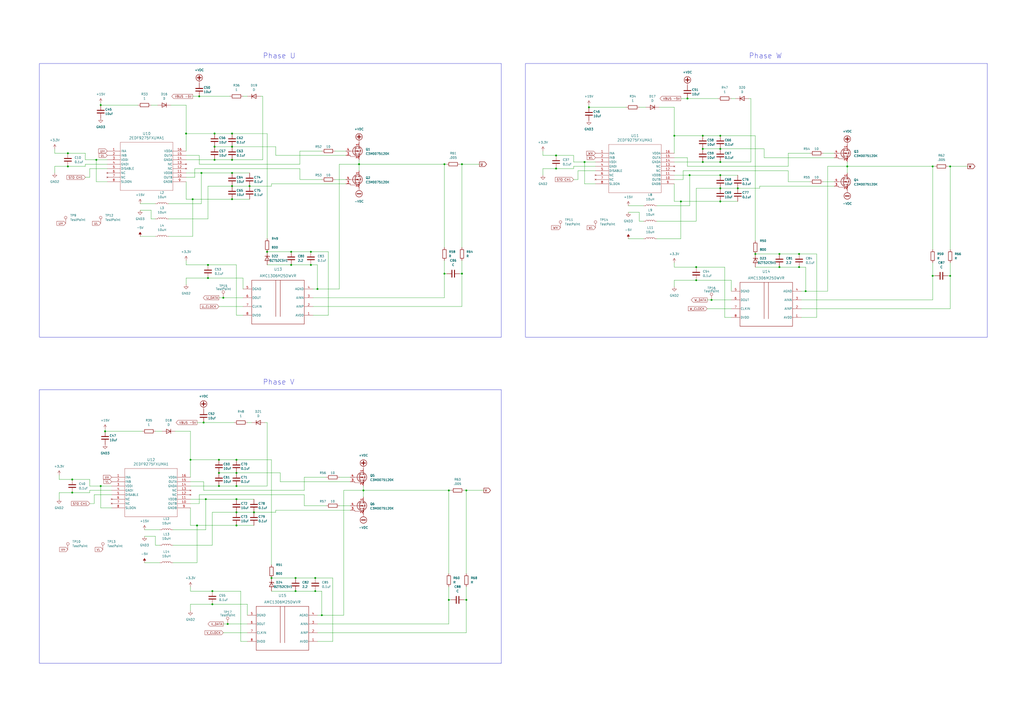
<source format=kicad_sch>
(kicad_sch (version 20231120) (generator "eeschema") (generator_version "8.0")
  (paper "A2")
  (junction (at 541.02 96.52))
  (junction (at 129.54 172.72))
  (junction (at 403.86 154.94))
  (junction (at 182.88 335.28))
  (junction (at 491.49 96.52))
  (junction (at 339.09 93.98))
  (junction (at 417.83 109.22))
  (junction (at 391.16 78.74))
  (junction (at 184.15 167.64))
  (junction (at 137.16 266.7))
  (junction (at 144.78 107.95))
  (junction (at 398.78 57.15))
  (junction (at 120.65 161.29))
  (junction (at 551.18 160.02))
  (junction (at 134.62 77.47))
  (junction (at 114.3 304.8))
  (junction (at 39.37 88.9))
  (junction (at 124.46 85.09))
  (junction (at 134.62 92.71))
  (junction (at 41.91 285.75))
  (junction (at 124.46 77.47))
  (junction (at 119.38 289.56))
  (junction (at 41.91 278.13))
  (junction (at 394.97 116.84))
  (junction (at 257.81 158.75))
  (junction (at 116.84 100.33))
  (junction (at 137.16 297.18))
  (junction (at 186.69 356.87))
  (junction (at 137.16 304.8))
  (junction (at 260.35 347.98))
  (junction (at 407.67 93.98))
  (junction (at 157.48 335.28))
  (junction (at 407.67 86.36))
  (junction (at 154.94 146.05))
  (junction (at 147.32 297.18))
  (junction (at 120.65 153.67))
  (junction (at 467.36 168.91))
  (junction (at 111.76 115.57))
  (junction (at 267.97 95.25))
  (junction (at 341.63 62.23))
  (junction (at 60.96 250.19))
  (junction (at 180.34 153.67))
  (junction (at 134.62 115.57))
  (junction (at 171.45 342.9))
  (junction (at 541.02 160.02))
  (junction (at 417.83 116.84))
  (junction (at 123.19 342.9))
  (junction (at 134.62 85.09))
  (junction (at 452.12 147.32))
  (junction (at 118.11 245.11))
  (junction (at 208.28 95.25))
  (junction (at 137.16 281.94))
  (junction (at 180.34 146.05))
  (junction (at 58.42 281.94))
  (junction (at 417.83 101.6))
  (junction (at 322.58 97.79))
  (junction (at 39.37 96.52))
  (junction (at 403.86 162.56))
  (junction (at 452.12 154.94))
  (junction (at 137.16 289.56))
  (junction (at 127 281.94))
  (junction (at 107.95 77.47))
  (junction (at 58.42 60.96))
  (junction (at 110.49 266.7))
  (junction (at 132.08 361.95))
  (junction (at 171.45 335.28))
  (junction (at 417.83 93.98))
  (junction (at 134.62 100.33))
  (junction (at 260.35 284.48))
  (junction (at 168.91 146.05))
  (junction (at 55.88 92.71))
  (junction (at 438.15 147.32))
  (junction (at 210.82 284.48))
  (junction (at 322.58 90.17))
  (junction (at 182.88 342.9))
  (junction (at 463.55 154.94))
  (junction (at 115.57 55.88))
  (junction (at 551.18 96.52))
  (junction (at 270.51 347.98))
  (junction (at 427.99 109.22))
  (junction (at 123.19 350.52))
  (junction (at 137.16 274.32))
  (junction (at 270.51 284.48))
  (junction (at 417.83 86.36))
  (junction (at 134.62 107.95))
  (junction (at 463.55 147.32))
  (junction (at 124.46 92.71))
  (junction (at 127 266.7))
  (junction (at 168.91 153.67))
  (junction (at 417.83 78.74))
  (junction (at 407.67 78.74))
  (junction (at 257.81 95.25))
  (junction (at 400.05 101.6))
  (junction (at 267.97 158.75))
  (junction (at 412.75 173.99))
  (junction (at 127 274.32))
  (wire (pts (xy 394.97 57.15) (xy 398.78 57.15)))
  (wire (pts (xy 137.16 297.18) (xy 147.32 297.18)))
  (wire (pts (xy 129.54 367.03) (xy 143.51 367.03)))
  (wire (pts (xy 157.48 266.7) (xy 157.48 327.66)))
  (wire (pts (xy 541.02 173.99) (xy 541.02 160.02)))
  (wire (pts (xy 210.82 281.94) (xy 210.82 284.48)))
  (wire (pts (xy 162.56 274.32) (xy 137.16 274.32)))
  (wire (pts (xy 260.35 347.98) (xy 260.35 340.36)))
  (wire (pts (xy 52.07 102.87) (xy 52.07 97.79)))
  (wire (pts (xy 120.65 161.29) (xy 140.97 161.29)))
  (wire (pts (xy 267.97 151.13) (xy 267.97 158.75)))
  (wire (pts (xy 110.49 292.1) (xy 115.57 292.1)))
  (wire (pts (xy 270.51 347.98) (xy 270.51 367.03)))
  (wire (pts (xy 391.16 101.6) (xy 400.05 101.6)))
  (wire (pts (xy 123.19 316.23) (xy 123.19 297.18)))
  (wire (pts (xy 153.67 245.11) (xy 154.94 245.11)))
  (wire (pts (xy 181.61 167.64) (xy 184.15 167.64)))
  (wire (pts (xy 370.84 128.27) (xy 373.38 128.27)))
  (wire (pts (xy 464.82 173.99) (xy 541.02 173.99)))
  (wire (pts (xy 137.16 274.32) (xy 127 274.32)))
  (wire (pts (xy 52.07 278.13) (xy 41.91 278.13)))
  (wire (pts (xy 160.02 85.09) (xy 134.62 85.09)))
  (wire (pts (xy 210.82 284.48) (xy 260.35 284.48)))
  (wire (pts (xy 270.51 340.36) (xy 270.51 347.98)))
  (wire (pts (xy 184.15 167.64) (xy 196.85 167.64)))
  (wire (pts (xy 116.84 100.33) (xy 134.62 100.33)))
  (wire (pts (xy 391.16 116.84) (xy 394.97 116.84)))
  (wire (pts (xy 137.16 182.88) (xy 137.16 153.67)))
  (wire (pts (xy 97.79 127) (xy 120.65 127)))
  (wire (pts (xy 314.96 87.63) (xy 314.96 90.17)))
  (wire (pts (xy 120.65 107.95) (xy 134.62 107.95)))
  (wire (pts (xy 157.48 266.7) (xy 137.16 266.7)))
  (wire (pts (xy 440.69 107.95) (xy 483.87 107.95)))
  (wire (pts (xy 116.84 118.11) (xy 116.84 100.33)))
  (wire (pts (xy 332.74 97.79) (xy 322.58 97.79)))
  (wire (pts (xy 107.95 153.67) (xy 120.65 153.67)))
  (wire (pts (xy 407.67 78.74) (xy 417.83 78.74)))
  (wire (pts (xy 549.91 160.02) (xy 551.18 160.02)))
  (wire (pts (xy 107.95 151.13) (xy 107.95 153.67)))
  (wire (pts (xy 171.45 335.28) (xy 157.48 335.28)))
  (wire (pts (xy 260.35 284.48) (xy 261.62 284.48)))
  (wire (pts (xy 41.91 285.75) (xy 34.29 285.75)))
  (wire (pts (xy 107.95 92.71) (xy 124.46 92.71)))
  (wire (pts (xy 457.2 99.06) (xy 457.2 105.41)))
  (wire (pts (xy 339.09 106.68) (xy 339.09 93.98)))
  (wire (pts (xy 101.6 250.19) (xy 110.49 250.19)))
  (wire (pts (xy 398.78 57.15) (xy 416.56 57.15)))
  (wire (pts (xy 194.31 87.63) (xy 200.66 87.63)))
  (wire (pts (xy 477.52 88.9) (xy 483.87 88.9)))
  (wire (pts (xy 332.74 93.98) (xy 332.74 90.17)))
  (wire (pts (xy 184.15 153.67) (xy 184.15 167.64)))
  (wire (pts (xy 54.61 287.02) (xy 64.77 287.02)))
  (wire (pts (xy 147.32 297.18) (xy 160.02 297.18)))
  (wire (pts (xy 143.51 356.87) (xy 143.51 350.52)))
  (wire (pts (xy 157.48 342.9) (xy 171.45 342.9)))
  (wire (pts (xy 410.21 179.07) (xy 424.18 179.07)))
  (wire (pts (xy 551.18 152.4) (xy 551.18 160.02)))
  (wire (pts (xy 434.34 57.15) (xy 435.61 57.15)))
  (wire (pts (xy 157.48 107.95) (xy 157.48 106.68)))
  (wire (pts (xy 267.97 95.25) (xy 267.97 143.51)))
  (wire (pts (xy 154.94 153.67) (xy 168.91 153.67)))
  (wire (pts (xy 154.94 77.47) (xy 134.62 77.47)))
  (wire (pts (xy 269.24 347.98) (xy 270.51 347.98)))
  (wire (pts (xy 171.45 335.28) (xy 182.88 335.28)))
  (wire (pts (xy 464.82 184.15) (xy 473.71 184.15)))
  (wire (pts (xy 107.95 90.17) (xy 115.57 90.17)))
  (wire (pts (xy 151.13 55.88) (xy 152.4 55.88)))
  (wire (pts (xy 90.17 316.23) (xy 92.71 316.23)))
  (wire (pts (xy 107.95 161.29) (xy 107.95 165.1)))
  (wire (pts (xy 100.33 316.23) (xy 123.19 316.23)))
  (wire (pts (xy 113.03 97.79) (xy 173.99 97.79)))
  (wire (pts (xy 171.45 342.9) (xy 182.88 342.9)))
  (wire (pts (xy 115.57 287.02) (xy 176.53 287.02)))
  (wire (pts (xy 62.23 92.71) (xy 55.88 92.71)))
  (wire (pts (xy 391.16 88.9) (xy 391.16 78.74)))
  (wire (pts (xy 49.53 92.71) (xy 49.53 88.9)))
  (wire (pts (xy 115.57 55.88) (xy 133.35 55.88)))
  (wire (pts (xy 111.76 115.57) (xy 111.76 137.16)))
  (wire (pts (xy 118.11 245.11) (xy 135.89 245.11)))
  (wire (pts (xy 391.16 93.98) (xy 407.67 93.98)))
  (wire (pts (xy 107.95 115.57) (xy 111.76 115.57)))
  (wire (pts (xy 115.57 95.25) (xy 173.99 95.25)))
  (wire (pts (xy 58.42 60.96) (xy 80.01 60.96)))
  (wire (pts (xy 407.67 93.98) (xy 417.83 93.98)))
  (wire (pts (xy 160.02 90.17) (xy 200.66 90.17)))
  (wire (pts (xy 31.75 88.9) (xy 39.37 88.9)))
  (wire (pts (xy 267.97 95.25) (xy 278.13 95.25)))
  (wire (pts (xy 270.51 284.48) (xy 270.51 332.74)))
  (wire (pts (xy 83.82 307.34) (xy 92.71 307.34)))
  (wire (pts (xy 257.81 95.25) (xy 259.08 95.25)))
  (wire (pts (xy 473.71 147.32) (xy 463.55 147.32)))
  (wire (pts (xy 190.5 146.05) (xy 190.5 182.88)))
  (wire (pts (xy 58.42 59.69) (xy 58.42 60.96)))
  (wire (pts (xy 208.28 92.71) (xy 208.28 95.25)))
  (wire (pts (xy 49.53 88.9) (xy 39.37 88.9)))
  (wire (pts (xy 173.99 87.63) (xy 186.69 87.63)))
  (wire (pts (xy 184.15 356.87) (xy 186.69 356.87)))
  (wire (pts (xy 114.3 245.11) (xy 118.11 245.11)))
  (wire (pts (xy 52.07 292.1) (xy 54.61 292.1)))
  (wire (pts (xy 87.63 127) (xy 87.63 121.92)))
  (wire (pts (xy 391.16 162.56) (xy 391.16 166.37)))
  (wire (pts (xy 196.85 95.25) (xy 208.28 95.25)))
  (wire (pts (xy 438.15 154.94) (xy 452.12 154.94)))
  (wire (pts (xy 208.28 95.25) (xy 257.81 95.25)))
  (wire (pts (xy 427.99 109.22) (xy 440.69 109.22)))
  (wire (pts (xy 322.58 97.79) (xy 314.96 97.79)))
  (wire (pts (xy 162.56 279.4) (xy 203.2 279.4)))
  (wire (pts (xy 452.12 147.32) (xy 438.15 147.32)))
  (wire (pts (xy 341.63 60.96) (xy 341.63 62.23)))
  (wire (pts (xy 110.49 350.52) (xy 110.49 354.33)))
  (wire (pts (xy 345.44 106.68) (xy 339.09 106.68)))
  (wire (pts (xy 443.23 91.44) (xy 443.23 86.36)))
  (wire (pts (xy 345.44 96.52) (xy 332.74 96.52)))
  (wire (pts (xy 266.7 158.75) (xy 267.97 158.75)))
  (wire (pts (xy 370.84 62.23) (xy 374.65 62.23)))
  (wire (pts (xy 55.88 105.41) (xy 55.88 92.71)))
  (wire (pts (xy 173.99 104.14) (xy 186.69 104.14)))
  (wire (pts (xy 267.97 158.75) (xy 267.97 177.8)))
  (wire (pts (xy 551.18 96.52) (xy 551.18 144.78)))
  (wire (pts (xy 193.04 335.28) (xy 182.88 335.28)))
  (wire (pts (xy 396.24 99.06) (xy 457.2 99.06)))
  (wire (pts (xy 168.91 146.05) (xy 154.94 146.05)))
  (wire (pts (xy 123.19 297.18) (xy 137.16 297.18)))
  (wire (pts (xy 107.95 102.87) (xy 113.03 102.87)))
  (wire (pts (xy 110.49 281.94) (xy 127 281.94)))
  (wire (pts (xy 120.65 153.67) (xy 137.16 153.67)))
  (wire (pts (xy 107.95 60.96) (xy 107.95 77.47)))
  (wire (pts (xy 31.75 86.36) (xy 31.75 88.9)))
  (wire (pts (xy 391.16 78.74) (xy 407.67 78.74)))
  (wire (pts (xy 457.2 88.9) (xy 469.9 88.9)))
  (wire (pts (xy 210.82 284.48) (xy 210.82 288.29)))
  (wire (pts (xy 420.37 184.15) (xy 420.37 154.94)))
  (wire (pts (xy 127 172.72) (xy 129.54 172.72)))
  (wire (pts (xy 196.85 167.64) (xy 196.85 95.25)))
  (wire (pts (xy 180.34 153.67) (xy 184.15 153.67)))
  (wire (pts (xy 417.83 101.6) (xy 427.99 101.6)))
  (wire (pts (xy 118.11 284.48) (xy 176.53 284.48)))
  (wire (pts (xy 134.62 100.33) (xy 144.78 100.33)))
  (wire (pts (xy 452.12 154.94) (xy 463.55 154.94)))
  (wire (pts (xy 168.91 153.67) (xy 180.34 153.67)))
  (wire (pts (xy 184.15 367.03) (xy 270.51 367.03)))
  (wire (pts (xy 314.96 90.17) (xy 322.58 90.17)))
  (wire (pts (xy 335.28 104.14) (xy 335.28 99.06)))
  (wire (pts (xy 139.7 372.11) (xy 139.7 342.9)))
  (wire (pts (xy 541.02 160.02) (xy 542.29 160.02)))
  (wire (pts (xy 144.78 107.95) (xy 157.48 107.95)))
  (wire (pts (xy 435.61 57.15) (xy 435.61 93.98)))
  (wire (pts (xy 152.4 92.71) (xy 134.62 92.71)))
  (wire (pts (xy 114.3 304.8) (xy 114.3 326.39)))
  (wire (pts (xy 111.76 55.88) (xy 115.57 55.88)))
  (wire (pts (xy 391.16 152.4) (xy 391.16 154.94)))
  (wire (pts (xy 199.39 284.48) (xy 210.82 284.48)))
  (wire (pts (xy 199.39 356.87) (xy 199.39 284.48)))
  (wire (pts (xy 314.96 97.79) (xy 314.96 101.6)))
  (wire (pts (xy 332.74 90.17) (xy 322.58 90.17)))
  (wire (pts (xy 113.03 102.87) (xy 113.03 97.79)))
  (wire (pts (xy 398.78 91.44) (xy 398.78 96.52)))
  (wire (pts (xy 260.35 361.95) (xy 260.35 347.98)))
  (wire (pts (xy 87.63 127) (xy 90.17 127)))
  (wire (pts (xy 398.78 96.52) (xy 457.2 96.52)))
  (wire (pts (xy 186.69 356.87) (xy 199.39 356.87)))
  (wire (pts (xy 480.06 96.52) (xy 491.49 96.52)))
  (wire (pts (xy 143.51 245.11) (xy 146.05 245.11)))
  (wire (pts (xy 424.18 184.15) (xy 420.37 184.15)))
  (wire (pts (xy 134.62 115.57) (xy 144.78 115.57)))
  (wire (pts (xy 90.17 311.15) (xy 83.82 311.15)))
  (wire (pts (xy 190.5 146.05) (xy 180.34 146.05)))
  (wire (pts (xy 391.16 154.94) (xy 403.86 154.94)))
  (wire (pts (xy 110.49 276.86) (xy 110.49 266.7)))
  (wire (pts (xy 137.16 289.56) (xy 147.32 289.56)))
  (wire (pts (xy 134.62 107.95) (xy 144.78 107.95)))
  (wire (pts (xy 107.95 87.63) (xy 107.95 77.47)))
  (wire (pts (xy 157.48 106.68) (xy 200.66 106.68)))
  (wire (pts (xy 52.07 285.75) (xy 41.91 285.75)))
  (wire (pts (xy 181.61 182.88) (xy 190.5 182.88)))
  (wire (pts (xy 176.53 287.02) (xy 176.53 293.37)))
  (wire (pts (xy 541.02 96.52) (xy 542.29 96.52)))
  (wire (pts (xy 119.38 307.34) (xy 119.38 289.56)))
  (wire (pts (xy 394.97 116.84) (xy 417.83 116.84)))
  (wire (pts (xy 60.96 248.92) (xy 60.96 250.19)))
  (wire (pts (xy 49.53 102.87) (xy 52.07 102.87)))
  (wire (pts (xy 100.33 326.39) (xy 114.3 326.39)))
  (wire (pts (xy 110.49 350.52) (xy 123.19 350.52)))
  (wire (pts (xy 410.21 173.99) (xy 412.75 173.99)))
  (wire (pts (xy 464.82 168.91) (xy 467.36 168.91)))
  (wire (pts (xy 152.4 55.88) (xy 152.4 92.71)))
  (wire (pts (xy 381 128.27) (xy 403.86 128.27)))
  (wire (pts (xy 134.62 85.09) (xy 124.46 85.09)))
  (wire (pts (xy 62.23 95.25) (xy 49.53 95.25)))
  (wire (pts (xy 332.74 96.52) (xy 332.74 97.79)))
  (wire (pts (xy 60.96 250.19) (xy 82.55 250.19)))
  (wire (pts (xy 97.79 118.11) (xy 116.84 118.11)))
  (wire (pts (xy 382.27 62.23) (xy 391.16 62.23)))
  (wire (pts (xy 111.76 115.57) (xy 134.62 115.57)))
  (wire (pts (xy 55.88 92.71) (xy 49.53 92.71)))
  (wire (pts (xy 403.86 128.27) (xy 403.86 109.22)))
  (wire (pts (xy 364.49 138.43) (xy 373.38 138.43)))
  (wire (pts (xy 64.77 294.64) (xy 58.42 294.64)))
  (wire (pts (xy 196.85 276.86) (xy 203.2 276.86)))
  (wire (pts (xy 400.05 119.38) (xy 400.05 101.6)))
  (wire (pts (xy 173.99 97.79) (xy 173.99 104.14)))
  (wire (pts (xy 452.12 147.32) (xy 463.55 147.32)))
  (wire (pts (xy 173.99 95.25) (xy 173.99 87.63)))
  (wire (pts (xy 417.83 116.84) (xy 427.99 116.84)))
  (wire (pts (xy 345.44 93.98) (xy 339.09 93.98)))
  (wire (pts (xy 257.81 158.75) (xy 257.81 151.13)))
  (wire (pts (xy 391.16 91.44) (xy 398.78 91.44)))
  (wire (pts (xy 123.19 342.9) (xy 139.7 342.9)))
  (wire (pts (xy 114.3 304.8) (xy 137.16 304.8)))
  (wire (pts (xy 403.86 154.94) (xy 420.37 154.94)))
  (wire (pts (xy 100.33 307.34) (xy 119.38 307.34)))
  (wire (pts (xy 260.35 347.98) (xy 261.62 347.98)))
  (wire (pts (xy 370.84 123.19) (xy 364.49 123.19)))
  (wire (pts (xy 464.82 179.07) (xy 551.18 179.07)))
  (wire (pts (xy 181.61 177.8) (xy 267.97 177.8)))
  (wire (pts (xy 90.17 316.23) (xy 90.17 311.15)))
  (wire (pts (xy 52.07 97.79) (xy 62.23 97.79)))
  (wire (pts (xy 87.63 121.92) (xy 81.28 121.92)))
  (wire (pts (xy 58.42 294.64) (xy 58.42 281.94)))
  (wire (pts (xy 90.17 250.19) (xy 93.98 250.19)))
  (wire (pts (xy 110.49 342.9) (xy 123.19 342.9)))
  (wire (pts (xy 58.42 281.94) (xy 52.07 281.94)))
  (wire (pts (xy 39.37 96.52) (xy 31.75 96.52)))
  (wire (pts (xy 127 281.94) (xy 137.16 281.94)))
  (wire (pts (xy 440.69 109.22) (xy 440.69 107.95)))
  (wire (pts (xy 34.29 275.59) (xy 34.29 278.13)))
  (wire (pts (xy 110.49 340.36) (xy 110.49 342.9)))
  (wire (pts (xy 83.82 326.39) (xy 92.71 326.39)))
  (wire (pts (xy 64.77 284.48) (xy 52.07 284.48)))
  (wire (pts (xy 391.16 104.14) (xy 396.24 104.14)))
  (wire (pts (xy 49.53 96.52) (xy 39.37 96.52)))
  (wire (pts (xy 81.28 137.16) (xy 90.17 137.16)))
  (wire (pts (xy 168.91 146.05) (xy 180.34 146.05)))
  (wire (pts (xy 154.94 281.94) (xy 137.16 281.94)))
  (wire (pts (xy 140.97 182.88) (xy 137.16 182.88)))
  (wire (pts (xy 124.46 77.47) (xy 134.62 77.47)))
  (wire (pts (xy 140.97 167.64) (xy 140.97 161.29)))
  (wire (pts (xy 107.95 100.33) (xy 116.84 100.33)))
  (wire (pts (xy 551.18 160.02) (xy 551.18 179.07)))
  (wire (pts (xy 184.15 372.11) (xy 193.04 372.11)))
  (wire (pts (xy 403.86 162.56) (xy 424.18 162.56)))
  (wire (pts (xy 160.02 90.17) (xy 160.02 85.09)))
  (wire (pts (xy 391.16 162.56) (xy 403.86 162.56)))
  (wire (pts (xy 438.15 78.74) (xy 438.15 139.7)))
  (wire (pts (xy 491.49 96.52) (xy 541.02 96.52)))
  (wire (pts (xy 412.75 173.99) (xy 424.18 173.99)))
  (wire (pts (xy 160.02 297.18) (xy 160.02 295.91)))
  (wire (pts (xy 443.23 86.36) (xy 417.83 86.36)))
  (wire (pts (xy 115.57 292.1) (xy 115.57 287.02)))
  (wire (pts (xy 549.91 96.52) (xy 551.18 96.52)))
  (wire (pts (xy 403.86 109.22) (xy 417.83 109.22)))
  (wire (pts (xy 123.19 350.52) (xy 143.51 350.52)))
  (wire (pts (xy 196.85 293.37) (xy 203.2 293.37)))
  (wire (pts (xy 127 266.7) (xy 137.16 266.7)))
  (wire (pts (xy 162.56 279.4) (xy 162.56 274.32)))
  (wire (pts (xy 62.23 105.41) (xy 55.88 105.41)))
  (wire (pts (xy 260.35 332.74) (xy 260.35 284.48)))
  (wire (pts (xy 208.28 95.25) (xy 208.28 99.06)))
  (wire (pts (xy 381 138.43) (xy 394.97 138.43)))
  (wire (pts (xy 176.53 276.86) (xy 189.23 276.86)))
  (wire (pts (xy 257.81 143.51) (xy 257.81 95.25)))
  (wire (pts (xy 391.16 106.68) (xy 391.16 116.84)))
  (wire (pts (xy 181.61 172.72) (xy 257.81 172.72)))
  (wire (pts (xy 31.75 96.52) (xy 31.75 100.33)))
  (wire (pts (xy 266.7 95.25) (xy 267.97 95.25)))
  (wire (pts (xy 118.11 279.4) (xy 118.11 284.48)))
  (wire (pts (xy 110.49 294.64) (xy 110.49 304.8)))
  (wire (pts (xy 463.55 154.94) (xy 467.36 154.94)))
  (wire (pts (xy 110.49 266.7) (xy 127 266.7)))
  (wire (pts (xy 364.49 119.38) (xy 373.38 119.38)))
  (wire (pts (xy 370.84 128.27) (xy 370.84 123.19)))
  (wire (pts (xy 107.95 105.41) (xy 107.95 115.57)))
  (wire (pts (xy 480.06 168.91) (xy 480.06 96.52)))
  (wire (pts (xy 332.74 104.14) (xy 335.28 104.14)))
  (wire (pts (xy 184.15 361.95) (xy 260.35 361.95)))
  (wire (pts (xy 132.08 361.95) (xy 143.51 361.95)))
  (wire (pts (xy 34.29 285.75) (xy 34.29 289.56)))
  (wire (pts (xy 129.54 361.95) (xy 132.08 361.95)))
  (wire (pts (xy 110.49 289.56) (xy 119.38 289.56)))
  (wire (pts (xy 443.23 91.44) (xy 483.87 91.44)))
  (wire (pts (xy 457.2 96.52) (xy 457.2 88.9)))
  (wire (pts (xy 140.97 55.88) (xy 143.51 55.88)))
  (wire (pts (xy 341.63 62.23) (xy 363.22 62.23)))
  (wire (pts (xy 182.88 342.9) (xy 186.69 342.9)))
  (wire (pts (xy 193.04 335.28) (xy 193.04 372.11)))
  (wire (pts (xy 186.69 342.9) (xy 186.69 356.87)))
  (wire (pts (xy 467.36 168.91) (xy 480.06 168.91)))
  (wire (pts (xy 551.18 96.52) (xy 561.34 96.52)))
  (wire (pts (xy 52.07 284.48) (xy 52.07 285.75)))
  (wire (pts (xy 400.05 101.6) (xy 417.83 101.6)))
  (wire (pts (xy 143.51 372.11) (xy 139.7 372.11)))
  (wire (pts (xy 424.18 57.15) (xy 426.72 57.15)))
  (wire (pts (xy 97.79 137.16) (xy 111.76 137.16)))
  (wire (pts (xy 119.38 289.56) (xy 137.16 289.56)))
  (wire (pts (xy 396.24 104.14) (xy 396.24 99.06)))
  (wire (pts (xy 81.28 118.11) (xy 90.17 118.11)))
  (wire (pts (xy 391.16 62.23) (xy 391.16 78.74)))
  (wire (pts (xy 257.81 158.75) (xy 259.08 158.75)))
  (wire (pts (xy 120.65 127) (xy 120.65 107.95)))
  (wire (pts (xy 491.49 93.98) (xy 491.49 96.52)))
  (wire (pts (xy 339.09 93.98) (xy 332.74 93.98)))
  (wire (pts (xy 435.61 93.98) (xy 417.83 93.98)))
  (wire (pts (xy 137.16 304.8) (xy 147.32 304.8)))
  (wire (pts (xy 194.31 104.14) (xy 200.66 104.14)))
  (wire (pts (xy 154.94 77.47) (xy 154.94 138.43)))
  (wire (pts (xy 52.07 281.94) (xy 52.07 278.13)))
  (wire (pts (xy 417.83 86.36) (xy 407.67 86.36)))
  (wire (pts (xy 491.49 96.52) (xy 491.49 100.33)))
  (wire (pts (xy 457.2 105.41) (xy 469.9 105.41)))
  (wire (pts (xy 107.95 161.29) (xy 120.65 161.29)))
  (wire (pts (xy 417.83 109.22) (xy 427.99 109.22)))
  (wire (pts (xy 99.06 60.96) (xy 107.95 60.96)))
  (wire (pts (xy 381 119.38) (xy 400.05 119.38)))
  (wire (pts (xy 49.53 95.25) (xy 49.53 96.52)))
  (wire (pts (xy 115.57 90.17) (xy 115.57 95.25)))
  (wire (pts (xy 269.24 284.48) (xy 270.51 284.48)))
  (wire (pts (xy 394.97 116.84) (xy 394.97 138.43)))
  (wire (pts (xy 541.02 144.78) (xy 541.02 96.52)))
  (wire (pts (xy 54.61 292.1) (xy 54.61 287.02)))
  (wire (pts (xy 127 177.8) (xy 140.97 177.8)))
  (wire (pts (xy 110.49 304.8) (xy 114.3 304.8)))
  (wire (pts (xy 176.53 284.48) (xy 176.53 276.86)))
  (wire (pts (xy 477.52 105.41) (xy 483.87 105.41)))
  (wire (pts (xy 438.15 78.74) (xy 417.83 78.74)))
  (wire (pts (xy 160.02 295.91) (xy 203.2 295.91)))
  (wire (pts (xy 473.71 147.32) (xy 473.71 184.15)))
  (wire (pts (xy 257.81 172.72) (xy 257.81 158.75)))
  (wire (pts (xy 424.18 168.91) (xy 424.18 162.56)))
  (wire (pts (xy 176.53 293.37) (xy 189.23 293.37)))
  (wire (pts (xy 124.46 92.71) (xy 134.62 92.71)))
  (wire (pts (xy 467.36 154.94) (xy 467.36 168.91)))
  (wire (pts (xy 129.54 172.72) (xy 140.97 172.72)))
  (wire (pts (xy 335.28 99.06) (xy 345.44 99.06)))
  (wire (pts (xy 270.51 284.48) (xy 280.67 284.48)))
  (wire (pts (xy 154.94 245.11) (xy 154.94 281.94)))
  (wire (pts (xy 87.63 60.96) (xy 91.44 60.96)))
  (wire (pts (xy 110.49 279.4) (xy 118.11 279.4)))
  (wire (pts (xy 34.29 278.13) (xy 41.91 278.13)))
  (wire (pts (xy 110.49 250.19) (xy 110.49 266.7)))
  (wire (pts (xy 107.95 77.47) (xy 124.46 77.47)))
  (wire (pts (xy 541.02 160.02) (xy 541.02 152.4)))
  (wire (pts (xy 64.77 281.94) (xy 58.42 281.94)))
  (rectangle (start 22.86 226.06) (end 290.83 384.81))
  (rectangle (start 22.86 36.83) (end 290.83 195.58))
  (rectangle (start 304.8 36.83) (end 572.77 195.58))
  (text "Phase V" (at 152.4 223.52 0) (effects (font (size 3 3)) (justify left bottom)))
  (text "Phase W" (at 434.34 34.29 0) (effects (font (size 3 3)) (justify left bottom)))
  (text "Phase U" (at 152.4 34.29 0) (effects (font (size 3 3)) (justify left bottom)))
  (global_label "WL" (shape input) (at 345.44 91.44 180) (property "Intersheetrefs" "${INTERSHEET_REFS}" (effects (hide yes))))
  (global_label "WL" (shape input) (at 345.44 132.08 180) (property "Intersheetrefs" "${INTERSHEET_REFS}" (effects (hide yes))))
  (global_label "V" (shape output) (at 280.67 284.48 0) (effects (font (bold yes))) (property "Intersheetrefs" "${INTERSHEET_REFS}" (effects (hide yes))))
  (global_label "U_DATA" (shape output) (at 127 172.72 180) (property "Intersheetrefs" "${INTERSHEET_REFS}" (effects (hide yes))))
  (global_label "STO CH1" (shape input) (at 49.53 102.87 180) (property "Intersheetrefs" "${INTERSHEET_REFS}" (effects (hide yes))))
  (global_label "WH" (shape input) (at 325.12 132.08 180) (property "Intersheetrefs" "${INTERSHEET_REFS}" (effects (hide yes))))
  (global_label "VL" (shape input) (at 64.77 279.4 180) (property "Intersheetrefs" "${INTERSHEET_REFS}" (effects (hide yes))))
  (global_label "VBUS -5V" (shape output) (at 111.76 55.88 180) (property "Intersheetrefs" "${INTERSHEET_REFS}" (effects (hide yes))))
  (global_label "STO CH1" (shape input) (at 332.74 104.14 180) (property "Intersheetrefs" "${INTERSHEET_REFS}" (effects (hide yes))))
  (global_label "VBUS -5V" (shape output) (at 114.3 245.11 180) (property "Intersheetrefs" "${INTERSHEET_REFS}" (effects (hide yes))))
  (global_label "VH" (shape input) (at 64.77 276.86 180) (property "Intersheetrefs" "${INTERSHEET_REFS}" (effects (hide yes))))
  (global_label "W_DATA" (shape output) (at 410.21 173.99 180) (property "Intersheetrefs" "${INTERSHEET_REFS}" (effects (hide yes))))
  (global_label "W" (shape output) (at 561.34 96.52 0) (effects (font (bold yes))) (property "Intersheetrefs" "${INTERSHEET_REFS}" (effects (hide yes))))
  (global_label "WH" (shape input) (at 345.44 88.9 180) (property "Intersheetrefs" "${INTERSHEET_REFS}" (effects (hide yes))))
  (global_label "VBUS -5V" (shape output) (at 394.97 57.15 180) (property "Intersheetrefs" "${INTERSHEET_REFS}" (effects (hide yes))))
  (global_label "UL" (shape input) (at 58.42 129.54 180) (property "Intersheetrefs" "${INTERSHEET_REFS}" (effects (hide yes))))
  (global_label "W_CLOCK" (shape input) (at 410.21 179.07 180) (property "Intersheetrefs" "${INTERSHEET_REFS}" (effects (hide yes))))
  (global_label "VH" (shape input) (at 39.37 318.77 180) (property "Intersheetrefs" "${INTERSHEET_REFS}" (effects (hide yes))))
  (global_label "V_DATA" (shape output) (at 129.54 361.95 180) (property "Intersheetrefs" "${INTERSHEET_REFS}" (effects (hide yes))))
  (global_label "U_CLOCK" (shape input) (at 127 177.8 180) (property "Intersheetrefs" "${INTERSHEET_REFS}" (effects (hide yes))))
  (global_label "STO CH1" (shape input) (at 52.07 292.1 180) (property "Intersheetrefs" "${INTERSHEET_REFS}" (effects (hide yes))))
  (global_label "UH" (shape input) (at 62.23 87.63 180) (property "Intersheetrefs" "${INTERSHEET_REFS}" (effects (hide yes))))
  (global_label "UL" (shape input) (at 62.23 90.17 180) (property "Intersheetrefs" "${INTERSHEET_REFS}" (effects (hide yes))))
  (global_label "V_CLOCK" (shape input) (at 129.54 367.03 180) (property "Intersheetrefs" "${INTERSHEET_REFS}" (effects (hide yes))))
  (global_label "VL" (shape input) (at 59.69 318.77 180) (property "Intersheetrefs" "${INTERSHEET_REFS}" (effects (hide yes))))
  (global_label "UH" (shape input) (at 38.1 129.54 180) (property "Intersheetrefs" "${INTERSHEET_REFS}" (effects (hide yes))))
  (global_label "U" (shape output) (at 278.13 95.25 0) (effects (font (bold yes))) (property "Intersheetrefs" "${INTERSHEET_REFS}" (effects (hide yes))))
  (symbol (lib_id "Device:C") (at 134.62 81.28 0) (unit 1)
    (property "Reference" "C62" (at 137.16 80.01 0) (effects (justify left)))
    (property "Value" "0.1uf" (at 137.16 82.55 0) (effects (justify left)))
    (property "Footprint" "Capacitor_SMD:C_0603_1608Metric" (effects (hide yes)))
  )
  (symbol (lib_id "Device:R") (at 193.04 293.37 90) (unit 1)
    (property "Reference" "R57" (at 189.23 290.83 90) (effects (justify left)))
    (property "Value" "10" (at 194.3099 290.83 90) (effects (justify left)))
    (property "Footprint" "Resistor_SMD:R_1206_3216Metric" (effects (hide yes)))
  )
  (symbol (lib_id "power:+VDC") (at 398.78 49.53 0) (unit 1)
    (property "Reference" "#PWR0120" (effects (hide yes)))
    (property "Value" "+VDC" (at 398.78 41.91 0))
  )
  (symbol (lib_id "SiC FET:C3M0075120K") (at 208.28 276.86 0) (unit 1)
    (property "Reference" "Q5" (at 214.63 275.8566 0) (effects (justify left)))
    (property "Value" "C3M0075120K" (at 214.63 278.3966 0) (effects (justify left)))
    (property "Footprint" "footprints:TO-247-4_Horizontal_TabUp" (effects (hide yes)))
    (property "Datasheet" "https://www.wolfspeed.com/media/downloads/959/c3m0075120k.pdf" (effects (hide yes)))
  )
  (symbol (lib_id "Device:R") (at 193.04 276.86 90) (unit 1)
    (property "Reference" "R56" (at 189.23 274.32 90) (effects (justify left)))
    (property "Value" "10" (at 194.3099 274.32 90) (effects (justify left)))
    (property "Footprint" "Resistor_SMD:R_1206_3216Metric" (effects (hide yes)))
  )
  (symbol (lib_id "Device:D") (at 147.32 55.88 0) (unit 1)
    (property "Reference" "D19" (at 147.32 49.53 0))
    (property "Value" "D" (at 147.32 52.07 0))
    (property "Footprint" "Diode_SMD:D_SMB" (effects (hide yes)))
    (property "Sim.Device" "D" (effects (hide yes)))
    (property "Sim.Pins" "1=K 2=A" (effects (hide yes)))
  )
  (symbol (lib_id "power:+VDC") (at 210.82 271.78 0) (unit 1)
    (property "Reference" "#PWR0126" (effects (hide yes)))
    (property "Value" "+VDC" (at 210.82 264.16 0))
  )
  (symbol (lib_id "Device:R") (at 139.7 245.11 90) (unit 1)
    (property "Reference" "R48" (at 139.7 238.76 90))
    (property "Value" "1" (at 139.7 241.3 90))
    (property "Footprint" "Resistor_SMD:R_0805_2012Metric" (effects (hide yes)))
  )
  (symbol (lib_id "Device:C") (at 180.34 149.86 0) (unit 1)
    (property "Reference" "C83" (at 184.15 148.5899 0) (effects (justify left)))
    (property "Value" "0.1uf" (at 184.15 151.1299 0) (effects (justify left)))
    (property "Footprint" "Capacitor_SMD:C_0603_1608Metric" (effects (hide yes)))
  )
  (symbol (lib_id "Device:D_Zener") (at 154.94 149.86 270) (unit 1)
    (property "Reference" "D22" (at 157.48 148.59 90) (effects (justify left)))
    (property "Value" "BZT52C5V1" (at 156.21 151.13 90) (effects (justify left)))
    (property "Footprint" "Diode_SMD:D_SOD-123" (effects (hide yes)))
  )
  (symbol (lib_id "Device:C") (at 403.86 158.75 0) (unit 1)
    (property "Reference" "C54" (at 407.67 157.4799 0) (effects (justify left)))
    (property "Value" "0.1uf" (at 407.67 160.0199 0) (effects (justify left)))
    (property "Footprint" "Capacitor_SMD:C_0603_1608Metric" (effects (hide yes)))
  )
  (symbol (lib_id "Device:C") (at 407.67 82.55 0) (unit 1)
    (property "Reference" "C58" (at 410.21 81.28 0) (effects (justify left)))
    (property "Value" "10uf" (at 410.21 83.82 0) (effects (justify left)))
    (property "Footprint" "Capacitor_SMD:C_0805_2012Metric" (effects (hide yes)))
  )
  (symbol (lib_id "Device:C") (at 137.16 270.51 0) (unit 1)
    (property "Reference" "C70" (at 139.7 269.24 0) (effects (justify left)))
    (property "Value" "0.1uf" (at 139.7 271.78 0) (effects (justify left)))
    (property "Footprint" "Capacitor_SMD:C_0603_1608Metric" (effects (hide yes)))
  )
  (symbol (lib_id "Device:C") (at 546.1 160.02 90) (unit 1)
    (property "Reference" "C87" (at 546.1 152.4 90))
    (property "Value" "C" (at 546.1 154.94 90))
    (property "Footprint" "Capacitor_SMD:C_0603_1608Metric" (effects (hide yes)))
  )
  (symbol (lib_id "Device:C") (at 124.46 81.28 0) (unit 1)
    (property "Reference" "C56" (at 127 80.01 0) (effects (justify left)))
    (property "Value" "10uf" (at 127 82.55 0) (effects (justify left)))
    (property "Footprint" "Capacitor_SMD:C_0805_2012Metric" (effects (hide yes)))
  )
  (symbol (lib_id "Device:R") (at 546.1 96.52 90) (unit 1)
    (property "Reference" "R62" (at 546.1 90.17 90))
    (property "Value" ".005" (at 546.1 92.71 90))
    (property "Footprint" "footprints:RES_HCSM2818_STP" (effects (hide yes)))
  )
  (symbol (lib_id "power:-5V") (at 81.28 137.16 0) (unit 1)
    (property "Reference" "#PWR095" (effects (hide yes)))
    (property "Value" "-5V" (at 81.28 132.08 0))
  )
  (symbol (lib_id "power:-VDC") (at 210.82 298.45 180) (unit 1)
    (property "Reference" "#PWR0127" (effects (hide yes)))
    (property "Value" "-VDC" (at 210.82 306.07 0))
  )
  (symbol (lib_id "Device:R") (at 262.89 95.25 90) (unit 1)
    (property "Reference" "R61" (at 262.89 88.9 90))
    (property "Value" ".005" (at 262.89 91.44 90))
    (property "Footprint" "footprints:RES_HCSM2818_STP" (effects (hide yes)))
  )
  (symbol (lib_id "power:-5V") (at 83.82 326.39 0) (unit 1)
    (property "Reference" "#PWR0102" (effects (hide yes)))
    (property "Value" "-5V" (at 83.82 321.31 0))
  )
  (symbol (lib_id "Connector:TestPoint") (at 325.12 132.08 0) (unit 1)
    (property "Reference" "TP11" (at 327.66 127.5079 0) (effects (justify left)))
    (property "Value" "TestPoint" (at 327.66 130.0479 0) (effects (justify left)))
    (property "Footprint" "footprints:TestPoint_Pad_3.1x1.6mm" (effects (hide yes)))
  )
  (symbol (lib_id "power:+3.3V") (at 391.16 152.4 0) (unit 1)
    (property "Reference" "#PWR0105" (effects (hide yes)))
    (property "Value" "+3.3V" (at 391.16 147.32 0))
  )
  (symbol (lib_id "2023-05-15_23-02-57:AMC1306M25DWVR") (at 163.83 364.49 180) (unit 1)
    (property "Reference" "U15" (at 163.83 345.44 0) (effects (font (size 1.524 1.524))))
    (property "Value" "AMC1306M25DWVR" (at 163.83 349.25 0) (effects (font (size 1.524 1.524))))
    (property "Footprint" "footprints:DWV0008A" (effects (hide yes)))
    (property "Datasheet" "AMC1306M25DWVR" (effects (hide yes)))
  )
  (symbol (lib_id "Device:C") (at 427.99 113.03 0) (unit 1)
    (property "Reference" "C77" (at 430.53 111.76 0) (effects (justify left)))
    (property "Value" "0.1uf" (at 430.53 114.3 0) (effects (justify left)))
    (property "Footprint" "Capacitor_SMD:C_0603_1608Metric" (effects (hide yes)))
  )
  (symbol (lib_id "Device:C") (at 118.11 241.3 0) (unit 1)
    (property "Reference" "C52" (at 120.65 240.03 0) (effects (justify left)))
    (property "Value" "10uf" (at 120.65 242.57 0) (effects (justify left)))
    (property "Footprint" "Capacitor_SMD:C_0805_2012Metric" (effects (hide yes)))
  )
  (symbol (lib_id "Device:R") (at 154.94 142.24 0) (unit 1)
    (property "Reference" "R49" (at 157.48 138.43 0) (effects (justify left)))
    (property "Value" "800" (at 157.48 143.5099 0) (effects (justify left)))
    (property "Footprint" "Resistor_SMD:R_0805_2012Metric" (effects (hide yes)))
  )
  (symbol (lib_id "power:+3.3V") (at 314.96 87.63 0) (unit 1)
    (property "Reference" "#PWR077" (effects (hide yes)))
    (property "Value" "+3.3V" (at 314.96 82.55 0))
  )
  (symbol (lib_id "Device:C") (at 427.99 105.41 0) (unit 1)
    (property "Reference" "C76" (at 430.53 104.14 0) (effects (justify left)))
    (property "Value" "0.1uf" (at 430.53 106.68 0) (effects (justify left)))
    (property "Footprint" "Capacitor_SMD:C_0603_1608Metric" (effects (hide yes)))
  )
  (symbol (lib_id "Connector:TestPoint") (at 59.69 318.77 0) (unit 1)
    (property "Reference" "TP13" (at 62.23 314.1979 0) (effects (justify left)))
    (property "Value" "TestPoint" (at 62.23 316.7379 0) (effects (justify left)))
    (property "Footprint" "footprints:TestPoint_Pad_3.1x1.6mm" (effects (hide yes)))
  )
  (symbol (lib_id "power:+VDC") (at 208.28 82.55 0) (unit 1)
    (property "Reference" "#PWR0122" (effects (hide yes)))
    (property "Value" "+VDC" (at 208.28 74.93 0))
  )
  (symbol (lib_id "Device:R") (at 86.36 250.19 90) (unit 1)
    (property "Reference" "R35" (at 86.36 243.84 90))
    (property "Value" "1" (at 86.36 246.38 90))
    (property "Footprint" "Resistor_SMD:R_0805_2012Metric" (effects (hide yes)))
  )
  (symbol (lib_id "power:+15V") (at 60.96 248.92 0) (unit 1)
    (property "Reference" "#PWR091" (effects (hide yes)))
    (property "Value" "+15V" (at 60.96 243.84 0))
  )
  (symbol (lib_id "SiC FET:C3M0075120K") (at 205.74 87.63 0) (unit 1)
    (property "Reference" "Q1" (at 212.09 86.6266 0) (effects (justify left)))
    (property "Value" "C3M0075120K" (at 212.09 89.1666 0) (effects (justify left)))
    (property "Footprint" "footprints:TO-247-4_Horizontal_TabUp" (effects (hide yes)))
    (property "Datasheet" "https://www.wolfspeed.com/media/downloads/959/c3m0075120k.pdf" (effects (hide yes)))
  )
  (symbol (lib_id "power:GND2") (at 34.29 289.56 0) (unit 1)
    (property "Reference" "#PWR083" (effects (hide yes)))
    (property "Value" "GND2" (at 34.29 294.64 0))
  )
  (symbol (lib_id "power:GND3") (at 83.82 311.15 0) (unit 1)
    (property "Reference" "#PWR0101" (effects (hide yes)))
    (property "Value" "GND3" (at 83.82 316.23 0))
  )
  (symbol (lib_id "Device:L") (at 377.19 138.43 90) (unit 1)
    (property "Reference" "L11" (at 377.19 132.08 90))
    (property "Value" "10uH" (at 377.19 134.62 90))
    (property "Footprint" "Inductor_SMD:L_0603_1608Metric" (effects (hide yes)))
  )
  (symbol (lib_id "Device:C") (at 147.32 293.37 0) (unit 1)
    (property "Reference" "C78" (at 149.86 292.1 0) (effects (justify left)))
    (property "Value" "0.1uf" (at 149.86 294.64 0) (effects (justify left)))
    (property "Footprint" "Capacitor_SMD:C_0603_1608Metric" (effects (hide yes)))
  )
  (symbol (lib_id "Device:L") (at 93.98 127 90) (unit 1)
    (property "Reference" "L3" (at 93.98 120.65 90))
    (property "Value" "10uH" (at 93.98 123.19 90))
    (property "Footprint" "Inductor_SMD:L_0603_1608Metric" (effects (hide yes)))
  )
  (symbol (lib_id "Device:R") (at 551.18 148.59 0) (unit 1)
    (property "Reference" "R66" (at 553.72 147.3199 0) (effects (justify left)))
    (property "Value" "R" (at 553.72 149.8599 0) (effects (justify left)))
    (property "Footprint" "Resistor_SMD:R_0603_1608Metric" (effects (hide yes)))
  )
  (symbol (lib_id "Device:C") (at 168.91 149.86 0) (unit 1)
    (property "Reference" "C80" (at 172.72 148.5899 0) (effects (justify left)))
    (property "Value" "2.2" (at 172.72 151.1299 0) (effects (justify left)))
    (property "Footprint" "Capacitor_SMD:C_0603_1608Metric" (effects (hide yes)))
  )
  (symbol (lib_id "Connector:TestPoint") (at 39.37 318.77 0) (unit 1)
    (property "Reference" "TP10" (at 41.91 314.1979 0) (effects (justify left)))
    (property "Value" "TestPoint" (at 41.91 316.7379 0) (effects (justify left)))
    (property "Footprint" "footprints:TestPoint_Pad_3.1x1.6mm" (effects (hide yes)))
  )
  (symbol (lib_id "Device:C") (at 39.37 92.71 0) (unit 1)
    (property "Reference" "C10" (at 43.18 91.4399 0) (effects (justify left)))
    (property "Value" "0.1uf" (at 43.18 93.9799 0) (effects (justify left)))
    (property "Footprint" "Capacitor_SMD:C_0603_1608Metric" (effects (hide yes)))
  )
  (symbol (lib_id "Device:R") (at 367.03 62.23 90) (unit 1)
    (property "Reference" "R34" (at 367.03 55.88 90))
    (property "Value" "1" (at 367.03 58.42 90))
    (property "Footprint" "Resistor_SMD:R_0805_2012Metric" (effects (hide yes)))
  )
  (symbol (lib_id "Device:L") (at 377.19 119.38 90) (unit 1)
    (property "Reference" "L8" (at 377.19 113.03 90))
    (property "Value" "10uH" (at 377.19 115.57 90))
    (property "Footprint" "Inductor_SMD:L_0603_1608Metric" (effects (hide yes)))
  )
  (symbol (lib_id "Device:C") (at 262.89 158.75 90) (unit 1)
    (property "Reference" "C86" (at 262.89 151.13 90))
    (property "Value" "C" (at 262.89 153.67 90))
    (property "Footprint" "Capacitor_SMD:C_0603_1608Metric" (effects (hide yes)))
  )
  (symbol (lib_id "power:+VDC") (at 115.57 48.26 0) (unit 1)
    (property "Reference" "#PWR0119" (effects (hide yes)))
    (property "Value" "+VDC" (at 115.57 40.64 0))
  )
  (symbol (lib_id "Device:R") (at 473.71 88.9 90) (unit 1)
    (property "Reference" "R54" (at 469.9 86.36 90) (effects (justify left)))
    (property "Value" "10" (at 474.9799 86.36 90) (effects (justify left)))
    (property "Footprint" "Resistor_SMD:R_1206_3216Metric" (effects (hide yes)))
  )
  (symbol (lib_id "Device:L") (at 377.19 128.27 90) (unit 1)
    (property "Reference" "L9" (at 377.19 121.92 90))
    (property "Value" "10uH" (at 377.19 124.46 90))
    (property "Footprint" "Inductor_SMD:L_0603_1608Metric" (effects (hide yes)))
  )
  (symbol (lib_id "Device:C") (at 182.88 339.09 0) (unit 1)
    (property "Reference" "C85" (at 186.69 337.8199 0) (effects (justify left)))
    (property "Value" "0.1uf" (at 186.69 340.3599 0) (effects (justify left)))
    (property "Footprint" "Capacitor_SMD:C_0603_1608Metric" (effects (hide yes)))
  )
  (symbol (lib_id "Device:C") (at 417.83 105.41 0) (unit 1)
    (property "Reference" "C68" (at 420.37 104.14 0) (effects (justify left)))
    (property "Value" "10uf" (at 420.37 106.68 0) (effects (justify left)))
    (property "Footprint" "Capacitor_SMD:C_0805_2012Metric" (effects (hide yes)))
  )
  (symbol (lib_id "power:GND2") (at 31.75 100.33 0) (unit 1)
    (property "Reference" "#PWR073" (effects (hide yes)))
    (property "Value" "GND2" (at 31.75 105.41 0))
  )
  (symbol (lib_id "power:GND2") (at 314.96 101.6 0) (unit 1)
    (property "Reference" "#PWR078" (effects (hide yes)))
    (property "Value" "GND2" (at 314.96 106.68 0))
  )
  (symbol (lib_id "Device:L") (at 93.98 137.16 90) (unit 1)
    (property "Reference" "L4" (at 93.98 130.81 90))
    (property "Value" "10uH" (at 93.98 133.35 90))
    (property "Footprint" "Inductor_SMD:L_0603_1608Metric" (effects (hide yes)))
  )
  (symbol (lib_id "Device:R") (at 267.97 147.32 0) (unit 1)
    (property "Reference" "R64" (at 270.51 146.0499 0) (effects (justify left)))
    (property "Value" "R" (at 270.51 148.5899 0) (effects (justify left)))
    (property "Footprint" "Resistor_SMD:R_0603_1608Metric" (effects (hide yes)))
  )
  (symbol (lib_id "Device:C") (at 134.62 88.9 0) (unit 1)
    (property "Reference" "C63" (at 137.16 87.63 0) (effects (justify left)))
    (property "Value" "0.1uf" (at 137.16 90.17 0) (effects (justify left)))
    (property "Footprint" "Capacitor_SMD:C_0603_1608Metric" (effects (hide yes)))
  )
  (symbol (lib_id "Device:C") (at 265.43 347.98 90) (unit 1)
    (property "Reference" "C88" (at 265.43 340.36 90))
    (property "Value" "C" (at 265.43 342.9 90))
    (property "Footprint" "Capacitor_SMD:C_0603_1608Metric" (effects (hide yes)))
  )
  (symbol (lib_id "Device:D") (at 378.46 62.23 180) (unit 1)
    (property "Reference" "D17" (at 378.46 55.88 0))
    (property "Value" "D" (at 378.46 58.42 0))
    (property "Footprint" "Diode_SMD:D_SMB" (effects (hide yes)))
    (property "Sim.Device" "D" (effects (hide yes)))
    (property "Sim.Pins" "1=K 2=A" (effects (hide yes)))
  )
  (symbol (lib_id "Connector:TestPoint") (at 129.54 172.72 0) (unit 1)
    (property "Reference" "TP15" (at 129.54 165.862 0))
    (property "Value" "TestPoint" (at 129.54 167.64 0))
    (property "Footprint" "footprints:TestPoint_Pad_3.1x1.6mm" (effects (hide yes)))
  )
  (symbol (lib_id "Device:R") (at 190.5 87.63 90) (unit 1)
    (property "Reference" "R52" (at 186.69 85.09 90) (effects (justify left)))
    (property "Value" "10" (at 191.7699 85.09 90) (effects (justify left)))
    (property "Footprint" "Resistor_SMD:R_1206_3216Metric" (effects (hide yes)))
  )
  (symbol (lib_id "Device:C") (at 137.16 278.13 0) (unit 1)
    (property "Reference" "C71" (at 139.7 276.86 0) (effects (justify left)))
    (property "Value" "0.1uf" (at 139.7 279.4 0) (effects (justify left)))
    (property "Footprint" "Capacitor_SMD:C_0603_1608Metric" (effects (hide yes)))
  )
  (symbol (lib_id "power:GND2") (at 110.49 354.33 0) (unit 1)
    (property "Reference" "#PWR0118" (effects (hide yes)))
    (property "Value" "GND2" (at 110.49 359.41 0))
  )
  (symbol (lib_id "Device:R") (at 83.82 60.96 90) (unit 1)
    (property "Reference" "R33" (at 83.82 54.61 90))
    (property "Value" "1" (at 83.82 57.15 90))
    (property "Footprint" "Resistor_SMD:R_0805_2012Metric" (effects (hide yes)))
  )
  (symbol (lib_id "2023-05-15_23-02-57:AMC1306M25DWVR") (at 444.5 176.53 180) (unit 1)
    (property "Reference" "U14" (at 444.5 157.48 0) (effects (font (size 1.524 1.524))))
    (property "Value" "AMC1306M25DWVR" (at 444.5 161.29 0) (effects (font (size 1.524 1.524))))
    (property "Footprint" "footprints:DWV0008A" (effects (hide yes)))
    (property "Datasheet" "AMC1306M25DWVR" (effects (hide yes)))
  )
  (symbol (lib_id "power:+3.3V") (at 110.49 340.36 0) (unit 1)
    (property "Reference" "#PWR0117" (effects (hide yes)))
    (property "Value" "+3.3V" (at 110.49 335.28 0))
  )
  (symbol (lib_id "Connector:TestPoint") (at 58.42 129.54 0) (unit 1)
    (property "Reference" "TP12" (at 60.96 124.9679 0) (effects (justify left)))
    (property "Value" "TestPoint" (at 60.96 127.5079 0) (effects (justify left)))
    (property "Footprint" "footprints:TestPoint_Pad_3.1x1.6mm" (effects (hide yes)))
  )
  (symbol (lib_id "Device:R") (at 257.81 147.32 0) (unit 1)
    (property "Reference" "R58" (at 260.35 146.0499 0) (effects (justify left)))
    (property "Value" "R" (at 260.35 148.5899 0) (effects (justify left)))
    (property "Footprint" "Resistor_SMD:R_0603_1608Metric" (effects (hide yes)))
  )
  (symbol (lib_id "Device:R") (at 137.16 55.88 90) (unit 1)
    (property "Reference" "R36" (at 137.16 49.53 90))
    (property "Value" "1" (at 137.16 52.07 90))
    (property "Footprint" "Resistor_SMD:R_0805_2012Metric" (effects (hide yes)))
  )
  (symbol (lib_id "power:+15V") (at 83.82 307.34 0) (unit 1)
    (property "Reference" "#PWR099" (effects (hide yes)))
    (property "Value" "+15V" (at 83.82 302.26 0))
  )
  (symbol (lib_id "power:GND2") (at 391.16 166.37 0) (unit 1)
    (property "Reference" "#PWR0115" (effects (hide yes)))
    (property "Value" "GND2" (at 391.16 171.45 0))
  )
  (symbol (lib_id "power:GND3") (at 60.96 257.81 0) (unit 1)
    (property "Reference" "#PWR092" (effects (hide yes)))
    (property "Value" "GND3" (at 60.96 262.89 0))
  )
  (symbol (lib_id "Device:C") (at 58.42 64.77 0) (unit 1)
    (property "Reference" "C45" (at 60.96 63.5 0) (effects (justify left)))
    (property "Value" "10uf" (at 60.96 66.04 0) (effects (justify left)))
    (property "Footprint" "Capacitor_SMD:C_0805_2012Metric" (effects (hide yes)))
  )
  (symbol (lib_id "Device:C") (at 407.67 90.17 0) (unit 1)
    (property "Reference" "C59" (at 410.21 88.9 0) (effects (justify left)))
    (property "Value" "10uf" (at 410.21 91.44 0) (effects (justify left)))
    (property "Footprint" "Capacitor_SMD:C_0805_2012Metric" (effects (hide yes)))
  )
  (symbol (lib_id "power:-VDC") (at 208.28 109.22 180) (unit 1)
    (property "Reference" "#PWR0123" (effects (hide yes)))
    (property "Value" "-VDC" (at 208.28 116.84 0))
  )
  (symbol (lib_id "Device:C") (at 417.83 90.17 0) (unit 1)
    (property "Reference" "C67" (at 420.37 88.9 0) (effects (justify left)))
    (property "Value" "0.1uf" (at 420.37 91.44 0) (effects (justify left)))
    (property "Footprint" "Capacitor_SMD:C_0603_1608Metric" (effects (hide yes)))
  )
  (symbol (lib_id "Device:D_Zener") (at 157.48 339.09 270) (unit 1)
    (property "Reference" "D24" (at 160.02 337.82 90) (effects (justify left)))
    (property "Value" "BZT52C5V1" (at 158.75 340.36 90) (effects (justify left)))
    (property "Footprint" "Diode_SMD:D_SOD-123" (effects (hide yes)))
  )
  (symbol (lib_id "Connector:TestPoint") (at 132.08 361.95 0) (unit 1)
    (property "Reference" "TP17" (at 132.08 355.092 0))
    (property "Value" "TestPoint" (at 132.08 356.87 0))
    (property "Footprint" "footprints:TestPoint_Pad_3.1x1.6mm" (effects (hide yes)))
  )
  (symbol (lib_id "Device:R") (at 420.37 57.15 90) (unit 1)
    (property "Reference" "R47" (at 420.37 50.8 90))
    (property "Value" "1" (at 420.37 53.34 90))
    (property "Footprint" "Resistor_SMD:R_0805_2012Metric" (effects (hide yes)))
  )
  (symbol (lib_id "Device:C") (at 341.63 66.04 0) (unit 1)
    (property "Reference" "C46" (at 344.17 64.77 0) (effects (justify left)))
    (property "Value" "10uf" (at 344.17 67.31 0) (effects (justify left)))
    (property "Footprint" "Capacitor_SMD:C_0805_2012Metric" (effects (hide yes)))
  )
  (symbol (lib_id "Device:C") (at 463.55 151.13 0) (unit 1)
    (property "Reference" "C84" (at 467.36 149.8599 0) (effects (justify left)))
    (property "Value" "0.1uf" (at 467.36 152.3999 0) (effects (justify left)))
    (property "Footprint" "Capacitor_SMD:C_0603_1608Metric" (effects (hide yes)))
  )
  (symbol (lib_id "Device:R") (at 473.71 105.41 90) (unit 1)
    (property "Reference" "R55" (at 469.9 102.87 90) (effects (justify left)))
    (property "Value" "10" (at 474.9799 102.87 90) (effects (justify left)))
    (property "Footprint" "Resistor_SMD:R_1206_3216Metric" (effects (hide yes)))
  )
  (symbol (lib_id "power:-5V") (at 364.49 138.43 0) (unit 1)
    (property "Reference" "#PWR098" (effects (hide yes)))
    (property "Value" "-5V" (at 364.49 133.35 0))
  )
  (symbol (lib_id "SiC FET:C3M0075120K") (at 488.95 105.41 0) (unit 1)
    (property "Reference" "Q4" (at 495.3 104.4066 0) (effects (justify left)))
    (property "Value" "C3M0075120K" (at 495.3 106.9466 0) (effects (justify left)))
    (property "Footprint" "footprints:TO-247-4_Horizontal_TabUp" (effects (hide yes)))
    (property "Datasheet" "https://www.wolfspeed.com/media/downloads/959/c3m0075120k.pdf" (effects (hide yes)))
  )
  (symbol (lib_id "Device:R") (at 157.48 331.47 0) (unit 1)
    (property "Reference" "R51" (at 160.02 327.66 0) (effects (justify left)))
    (property "Value" "800" (at 160.02 332.7399 0) (effects (justify left)))
    (property "Footprint" "Resistor_SMD:R_0805_2012Metric" (effects (hide yes)))
  )
  (symbol (lib_id "Connector:TestPoint") (at 412.75 173.99 0) (unit 1)
    (property "Reference" "TP16" (at 412.75 167.132 0))
    (property "Value" "TestPoint" (at 412.75 168.91 0))
    (property "Footprint" "footprints:TestPoint_Pad_3.1x1.6mm" (effects (hide yes)))
  )
  (symbol (lib_id "Device:D") (at 430.53 57.15 0) (unit 1)
    (property "Reference" "D20" (at 430.53 50.8 0))
    (property "Value" "D" (at 430.53 53.34 0))
    (property "Footprint" "Diode_SMD:D_SMB" (effects (hide yes)))
    (property "Sim.Device" "D" (effects (hide yes)))
    (property "Sim.Pins" "1=K 2=A" (effects (hide yes)))
  )
  (symbol (lib_id "Device:C") (at 41.91 281.94 0) (unit 1)
    (property "Reference" "C40" (at 45.72 280.6699 0) (effects (justify left)))
    (property "Value" "0.1uf" (at 45.72 283.2099 0) (effects (justify left)))
    (property "Footprint" "Capacitor_SMD:C_0603_1608Metric" (effects (hide yes)))
  )
  (symbol (lib_id "Device:C") (at 147.32 300.99 0) (unit 1)
    (property "Reference" "C79" (at 149.86 299.72 0) (effects (justify left)))
    (property "Value" "0.1uf" (at 149.86 302.26 0) (effects (justify left)))
    (property "Footprint" "Capacitor_SMD:C_0603_1608Metric" (effects (hide yes)))
  )
  (symbol (lib_id "Device:C") (at 144.78 111.76 0) (unit 1)
    (property "Reference" "C75" (at 147.32 110.49 0) (effects (justify left)))
    (property "Value" "0.1uf" (at 147.32 113.03 0) (effects (justify left)))
    (property "Footprint" "Capacitor_SMD:C_0603_1608Metric" (effects (hide yes)))
  )
  (symbol (lib_id "Device:D") (at 95.25 60.96 180) (unit 1)
    (property "Reference" "D16" (at 95.25 54.61 0))
    (property "Value" "D" (at 95.25 57.15 0))
    (property "Footprint" "Diode_SMD:D_SMB" (effects (hide yes)))
    (property "Sim.Device" "D" (effects (hide yes)))
    (property "Sim.Pins" "1=K 2=A" (effects (hide yes)))
  )
  (symbol (lib_id "power:+15V") (at 364.49 119.38 0) (unit 1)
    (property "Reference" "#PWR096" (effects (hide yes)))
    (property "Value" "+15V" (at 364.49 114.3 0))
  )
  (symbol (lib_id "Device:R") (at 190.5 104.14 90) (unit 1)
    (property "Reference" "R53" (at 186.69 101.6 90) (effects (justify left)))
    (property "Value" "10" (at 191.7699 101.6 90) (effects (justify left)))
    (property "Footprint" "Resistor_SMD:R_1206_3216Metric" (effects (hide yes)))
  )
  (symbol (lib_id "Device:C") (at 120.65 157.48 0) (unit 1)
    (property "Reference" "C53" (at 124.46 156.2099 0) (effects (justify left)))
    (property "Value" "0.1uf" (at 124.46 158.7499 0) (effects (justify left)))
    (property "Footprint" "Capacitor_SMD:C_0603_1608Metric" (effects (hide yes)))
  )
  (symbol (lib_id "power:+3.3V") (at 107.95 151.13 0) (unit 1)
    (property "Reference" "#PWR0103" (effects (hide yes)))
    (property "Value" "+3.3V" (at 107.95 146.05 0))
  )
  (symbol (lib_id "Device:C") (at 115.57 52.07 0) (unit 1)
    (property "Reference" "C50" (at 118.11 50.8 0) (effects (justify left)))
    (property "Value" "10uf" (at 118.11 53.34 0) (effects (justify left)))
    (property "Footprint" "Capacitor_SMD:C_0805_2012Metric" (effects (hide yes)))
  )
  (symbol (lib_id "Device:D_Zener") (at 438.15 151.13 270) (unit 1)
    (property "Reference" "D23" (at 440.69 149.86 90) (effects (justify left)))
    (property "Value" "BZT52C5V1" (at 439.42 152.4 90) (effects (justify left)))
    (property "Footprint" "Diode_SMD:D_SOD-123" (effects (hide yes)))
  )
  (symbol (lib_id "power:+3.3V") (at 34.29 275.59 0) (unit 1)
    (property "Reference" "#PWR079" (effects (hide yes)))
    (property "Value" "+3.3V" (at 34.29 270.51 0))
  )
  (symbol (lib_id "Device:R") (at 265.43 284.48 90) (unit 1)
    (property "Reference" "R63" (at 265.43 278.13 90))
    (property "Value" ".005" (at 265.43 280.67 90))
    (property "Footprint" "footprints:RES_HCSM2818_STP" (effects (hide yes)))
  )
  (symbol (lib_id "Device:C") (at 417.83 113.03 0) (unit 1)
    (property "Reference" "C69" (at 420.37 111.76 0) (effects (justify left)))
    (property "Value" "10uf" (at 420.37 114.3 0) (effects (justify left)))
    (property "Footprint" "Capacitor_SMD:C_0805_2012Metric" (effects (hide yes)))
  )
  (symbol (lib_id "Device:L") (at 96.52 326.39 90) (unit 1)
    (property "Reference" "L14" (at 96.52 320.04 90))
    (property "Value" "10uH" (at 96.52 322.58 90))
    (property "Footprint" "Inductor_SMD:L_0603_1608Metric" (effects (hide yes)))
  )
  (symbol (lib_id "power:GND3") (at 364.49 123.19 0) (unit 1)
    (property "Reference" "#PWR097" (effects (hide yes)))
    (property "Value" "GND3" (at 364.49 128.27 0))
  )
  (symbol (lib_id "power:+VDC") (at 118.11 237.49 0) (unit 1)
    (property "Reference" "#PWR0121" (effects (hide yes)))
    (property "Value" "+VDC" (at 118.11 229.87 0))
  )
  (symbol (lib_id "Device:C") (at 398.78 53.34 0) (unit 1)
    (property "Reference" "C51" (at 401.32 52.07 0) (effects (justify left)))
    (property "Value" "10uf" (at 401.32 54.61 0) (effects (justify left)))
    (property "Footprint" "Capacitor_SMD:C_0805_2012Metric" (effects (hide yes)))
  )
  (symbol (lib_id "Device:R") (at 270.51 336.55 0) (unit 1)
    (property "Reference" "R68" (at 273.05 335.2799 0) (effects (justify left)))
    (property "Value" "R" (at 273.05 337.8199 0) (effects (justify left)))
    (property "Footprint" "Resistor_SMD:R_0603_1608Metric" (effects (hide yes)))
  )
  (symbol (lib_id "Device:L") (at 93.98 118.11 90) (unit 1)
    (property "Reference" "L2" (at 93.98 111.76 90))
    (property "Value" "10uH" (at 93.98 114.3 90))
    (property "Footprint" "Inductor_SMD:L_0603_1608Metric" (effects (hide yes)))
  )
  (symbol (lib_id "Device:C") (at 137.16 293.37 0) (unit 1)
    (property "Reference" "C72" (at 139.7 292.1 0) (effects (justify left)))
    (property "Value" "10uf" (at 139.7 294.64 0) (effects (justify left)))
    (property "Footprint" "Capacitor_SMD:C_0805_2012Metric" (effects (hide yes)))
  )
  (symbol (lib_id "Device:C") (at 127 278.13 0) (unit 1)
    (property "Reference" "C61" (at 129.54 276.86 0) (effects (justify left)))
    (property "Value" "10uf" (at 129.54 279.4 0) (effects (justify left)))
    (property "Footprint" "Capacitor_SMD:C_0805_2012Metric" (effects (hide yes)))
  )
  (symbol (lib_id "Device:C") (at 134.62 111.76 0) (unit 1)
    (property "Reference" "C65" (at 137.16 110.49 0) (effects (justify left)))
    (property "Value" "10uf" (at 137.16 113.03 0) (effects (justify left)))
    (property "Footprint" "Capacitor_SMD:C_0805_2012Metric" (effects (hide yes)))
  )
  (symbol (lib_id "2EDF9275FXUMA1:2EDF9275FXUMA1") (at 64.77 276.86 0) (unit 1)
    (property "Reference" "U12" (at 87.63 266.7 0) (effects (font (size 1.524 1.524))))
    (property "Value" "2EDF9275FXUMA1" (at 87.63 269.24 0) (effects (font (size 1.524 1.524))))
    (property "Footprint" "footprints:PG-DSO-16-11" (effects (hide yes)))
    (property "Datasheet" "2EDF9275FXUMA1" (effects (hide yes)))
  )
  (symbol (lib_id "2EDF9275FXUMA1:2EDF9275FXUMA1") (at 345.44 88.9 0) (unit 1)
    (property "Reference" "U11" (at 368.3 78.74 0) (effects (font (size 1.524 1.524))))
    (property "Value" "2EDF9275FXUMA1" (at 368.3 81.28 0) (effects (font (size 1.524 1.524))))
    (property "Footprint" "footprints:PG-DSO-16-11" (effects (hide yes)))
    (property "Datasheet" "2EDF9275FXUMA1" (effects (hide yes)))
  )
  (symbol (lib_id "Device:C") (at 144.78 104.14 0) (unit 1)
    (property "Reference" "C74" (at 147.32 102.87 0) (effects (justify left)))
    (property "Value" "0.1uf" (at 147.32 105.41 0) (effects (justify left)))
    (property "Footprint" "Capacitor_SMD:C_0603_1608Metric" (effects (hide yes)))
  )
  (symbol (lib_id "Device:L") (at 96.52 307.34 90) (unit 1)
    (property "Reference" "L12" (at 96.52 300.99 90))
    (property "Value" "10uH" (at 96.52 303.53 90))
    (property "Footprint" "Inductor_SMD:L_0603_1608Metric" (effects (hide yes)))
  )
  (symbol (lib_id "2023-05-15_23-02-57:AMC1306M25DWVR") (at 161.29 175.26 180) (unit 1)
    (property "Reference" "U13" (at 161.29 156.21 0) (effects (font (size 1.524 1.524))))
    (property "Value" "AMC1306M25DWVR" (at 161.29 160.02 0) (effects (font (size 1.524 1.524))))
    (property "Footprint" "footprints:DWV0008A" (effects (hide yes)))
    (property "Datasheet" "AMC1306M25DWVR" (effects (hide yes)))
  )
  (symbol (lib_id "Device:C") (at 137.16 300.99 0) (unit 1)
    (property "Reference" "C73" (at 139.7 299.72 0) (effects (justify left)))
    (property "Value" "10uf" (at 139.7 302.26 0) (effects (justify left)))
    (property "Footprint" "Capacitor_SMD:C_0805_2012Metric" (effects (hide yes)))
  )
  (symbol (lib_id "2EDF9275FXUMA1:2EDF9275FXUMA1") (at 62.23 87.63 0) (unit 1)
    (property "Reference" "U10" (at 85.09 77.47 0) (effects (font (size 1.524 1.524))))
    (property "Value" "2EDF9275FXUMA1" (at 85.09 80.01 0) (effects (font (size 1.524 1.524))))
    (property "Footprint" "footprints:PG-DSO-16-11" (effects (hide yes)))
    (property "Datasheet" "2EDF9275FXUMA1" (effects (hide yes)))
  )
  (symbol (lib_id "SiC FET:C3M0075120K") (at 488.95 88.9 0) (unit 1)
    (property "Reference" "Q3" (at 495.3 87.8966 0) (effects (justify left)))
    (property "Value" "C3M0075120K" (at 495.3 90.4366 0) (effects (justify left)))
    (property "Footprint" "footprints:TO-247-4_Horizontal_TabUp" (effects (hide yes)))
    (property "Datasheet" "https://www.wolfspeed.com/media/downloads/959/c3m0075120k.pdf" (effects (hide yes)))
  )
  (symbol (lib_id "Device:C") (at 322.58 93.98 0) (unit 1)
    (property "Reference" "C37" (at 326.39 92.7099 0) (effects (justify left)))
    (property "Value" "0.1uf" (at 326.39 95.2499 0) (effects (justify left)))
    (property "Footprint" "Capacitor_SMD:C_0603_1608Metric" (effects (hide yes)))
  )
  (symbol (lib_id "Device:C") (at 417.83 82.55 0) (unit 1)
    (property "Reference" "C66" (at 420.37 81.28 0) (effects (justify left)))
    (property "Value" "0.1uf" (at 420.37 83.82 0) (effects (justify left)))
    (property "Footprint" "Capacitor_SMD:C_0603_1608Metric" (effects (hide yes)))
  )
  (symbol (lib_id "Device:C") (at 171.45 339.09 0) (unit 1)
    (property "Reference" "C82" (at 175.26 337.8199 0) (effects (justify left)))
    (property "Value" "2.2" (at 175.26 340.3599 0) (effects (justify left)))
    (property "Footprint" "Capacitor_SMD:C_0603_1608Metric" (effects (hide yes)))
  )
  (symbol (lib_id "power:GND2") (at 107.95 165.1 0) (unit 1)
    (property "Reference" "#PWR0104" (effects (hide yes)))
    (property "Value" "GND2" (at 107.95 170.18 0))
  )
  (symbol (lib_id "SiC FET:C3M0075120K") (at 208.28 293.37 0) (unit 1)
    (property "Reference" "Q6" (at 214.63 292.3666 0) (effects (justify left)))
    (property "Value" "C3M0075120K" (at 214.63 294.9066 0) (effects (justify left)))
    (property "Footprint" "footprints:TO-247-4_Horizontal_TabUp" (effects (hide yes)))
    (property "Datasheet" "https://www.wolfspeed.com/media/downloads/959/c3m0075120k.pdf" (effects (hide yes)))
  )
  (symbol (lib_id "power:GND3") (at 81.28 121.92 0) (unit 1)
    (property "Reference" "#PWR094" (effects (hide yes)))
    (property "Value" "GND3" (at 81.28 127 0))
  )
  (symbol (lib_id "Device:C") (at 127 270.51 0) (unit 1)
    (property "Reference" "C60" (at 129.54 269.24 0) (effects (justify left)))
    (property "Value" "10uf" (at 129.54 271.78 0) (effects (justify left)))
    (property "Footprint" "Capacitor_SMD:C_0805_2012Metric" (effects (hide yes)))
  )
  (symbol (lib_id "power:-VDC") (at 491.49 110.49 180) (unit 1)
    (property "Reference" "#PWR0125" (effects (hide yes)))
    (property "Value" "-VDC" (at 491.49 118.11 0))
  )
  (symbol (lib_id "power:+3.3V") (at 31.75 86.36 0) (unit 1)
    (property "Reference" "#PWR040" (effects (hide yes)))
    (property "Value" "+3.3V" (at 31.75 81.28 0))
  )
  (symbol (lib_id "power:+VDC") (at 491.49 83.82 0) (unit 1)
    (property "Reference" "#PWR0124" (effects (hide yes)))
    (property "Value" "+VDC" (at 491.49 76.2 0))
  )
  (symbol (lib_id "power:GND3") (at 341.63 69.85 0) (unit 1)
    (property "Reference" "#PWR090" (effects (hide yes)))
    (property "Value" "GND3" (at 341.63 74.93 0))
  )
  (symbol (lib_id "Device:R") (at 260.35 336.55 0) (unit 1)
    (property "Reference" "R60" (at 262.89 335.2799 0) (effects (justify left)))
    (property "Value" "R" (at 262.89 337.8199 0) (effects (justify left)))
    (property "Footprint" "Resistor_SMD:R_0603_1608Metric" (effects (hide yes)))
  )
  (symbol (lib_id "Device:C") (at 124.46 88.9 0) (unit 1)
    (property "Reference" "C57" (at 127 87.63 0) (effects (justify left)))
    (property "Value" "10uf" (at 127 90.17 0) (effects (justify left)))
    (property "Footprint" "Capacitor_SMD:C_0805_2012Metric" (effects (hide yes)))
  )
  (symbol (lib_id "Connector:TestPoint") (at 345.44 132.08 0) (unit 1)
    (property "Reference" "TP14" (at 347.98 127.5079 0) (effects (justify left)))
    (property "Value" "TestPoint" (at 347.98 130.0479 0) (effects (justify left)))
    (property "Footprint" "footprints:TestPoint_Pad_3.1x1.6mm" (effects (hide yes)))
  )
  (symbol (lib_id "Device:C") (at 452.12 151.13 0) (unit 1)
    (property "Reference" "C81" (at 455.93 149.8599 0) (effects (justify left)))
    (property "Value" "2.2" (at 455.93 152.3999 0) (effects (justify left)))
    (property "Footprint" "Capacitor_SMD:C_0603_1608Metric" (effects (hide yes)))
  )
  (symbol (lib_id "power:+15V") (at 81.28 118.11 0) (unit 1)
    (property "Reference" "#PWR093" (effects (hide yes)))
    (property "Value" "+15V" (at 81.28 113.03 0))
  )
  (symbol (lib_id "Device:C") (at 60.96 254 0) (unit 1)
    (property "Reference" "C47" (at 63.5 252.73 0) (effects (justify left)))
    (property "Value" "10uf" (at 63.5 255.27 0) (effects (justify left)))
    (property "Footprint" "Capacitor_SMD:C_0805_2012Metric" (effects (hide yes)))
  )
  (symbol (lib_id "SiC FET:C3M0075120K") (at 205.74 104.14 0) (unit 1)
    (property "Reference" "Q2" (at 212.09 103.1366 0) (effects (justify left)))
    (property "Value" "C3M0075120K" (at 212.09 105.6766 0) (effects (justify left)))
    (property "Footprint" "footprints:TO-247-4_Horizontal_TabUp" (effects (hide yes)))
    (property "Datasheet" "https://www.wolfspeed.com/media/downloads/959/c3m0075120k.pdf" (effects (hide yes)))
  )
  (symbol (lib_id "power:+15V") (at 341.63 60.96 0) (unit 1)
    (property "Reference" "#PWR089" (effects (hide yes)))
    (property "Value" "+15V" (at 341.63 55.88 0))
  )
  (symbol (lib_id "power:+15V") (at 58.42 59.69 0) (unit 1)
    (property "Reference" "#PWR087" (effects (hide yes)))
    (property "Value" "+15V" (at 58.42 54.61 0))
  )
  (symbol (lib_id "Device:L") (at 96.52 316.23 90) (unit 1)
    (property "Reference" "L13" (at 96.52 309.88 90))
    (property "Value" "10uH" (at 96.52 312.42 90))
    (property "Footprint" "Inductor_SMD:L_0603_1608Metric" (effects (hide yes)))
  )
  (symbol (lib_id "Connector:TestPoint") (at 38.1 129.54 0) (unit 1)
    (property "Reference" "TP9" (at 40.64 124.9679 0) (effects (justify left)))
    (property "Value" "TestPoint" (at 40.64 127.5079 0) (effects (justify left)))
    (property "Footprint" "footprints:TestPoint_Pad_3.1x1.6mm" (effects (hide yes)))
  )
  (symbol (lib_id "Device:D") (at 97.79 250.19 180) (unit 1)
    (property "Reference" "D18" (at 97.79 243.84 0))
    (property "Value" "D" (at 97.79 246.38 0))
    (property "Footprint" "Diode_SMD:D_SMB" (effects (hide yes)))
    (property "Sim.Device" "D" (effects (hide yes)))
    (property "Sim.Pins" "1=K 2=A" (effects (hide yes)))
  )
  (symbol (lib_id "Device:C") (at 134.62 104.14 0) (unit 1)
    (property "Reference" "C64" (at 137.16 102.87 0) (effects (justify left)))
    (property "Value" "10uf" (at 137.16 105.41 0) (effects (justify left)))
    (property "Footprint" "Capacitor_SMD:C_0805_2012Metric" (effects (hide yes)))
  )
  (symbol (lib_id "power:GND3") (at 58.42 68.58 0) (unit 1)
    (property "Reference" "#PWR088" (effects (hide yes)))
    (property "Value" "GND3" (at 58.42 73.66 0))
  )
  (symbol (lib_id "Device:R") (at 438.15 143.51 0) (unit 1)
    (property "Reference" "R50" (at 440.69 139.7 0) (effects (justify left)))
    (property "Value" "800" (at 440.69 144.7799 0) (effects (justify left)))
    (property "Footprint" "Resistor_SMD:R_0805_2012Metric" (effects (hide yes)))
  )
  (symbol (lib_id "Device:R") (at 541.02 148.59 0) (unit 1)
    (property "Reference" "R59" (at 543.56 147.3199 0) (effects (justify left)))
    (property "Value" "R" (at 543.56 149.8599 0) (effects (justify left)))
    (property "Footprint" "Resistor_SMD:R_0603_1608Metric" (effects (hide yes)))
  )
  (symbol (lib_id "Device:C") (at 123.19 346.71 0) (unit 1)
    (property "Reference" "C55" (at 127 345.4399 0) (effects (justify left)))
    (property "Value" "0.1uf" (at 127 347.9799 0) (effects (justify left)))
    (property "Footprint" "Capacitor_SMD:C_0603_1608Metric" (effects (hide yes)))
  )
  (symbol (lib_id "Device:D") (at 149.86 245.11 0) (unit 1)
    (property "Reference" "D21" (at 149.86 238.76 0))
    (property "Value" "D" (at 149.86 241.3 0))
    (property "Footprint" "Diode_SMD:D_SMB" (effects (hide yes)))
    (property "Sim.Device" "D" (effects (hide yes)))
    (property "Sim.Pins" "1=K 2=A" (effects (hide yes)))
  )
)
</source>
